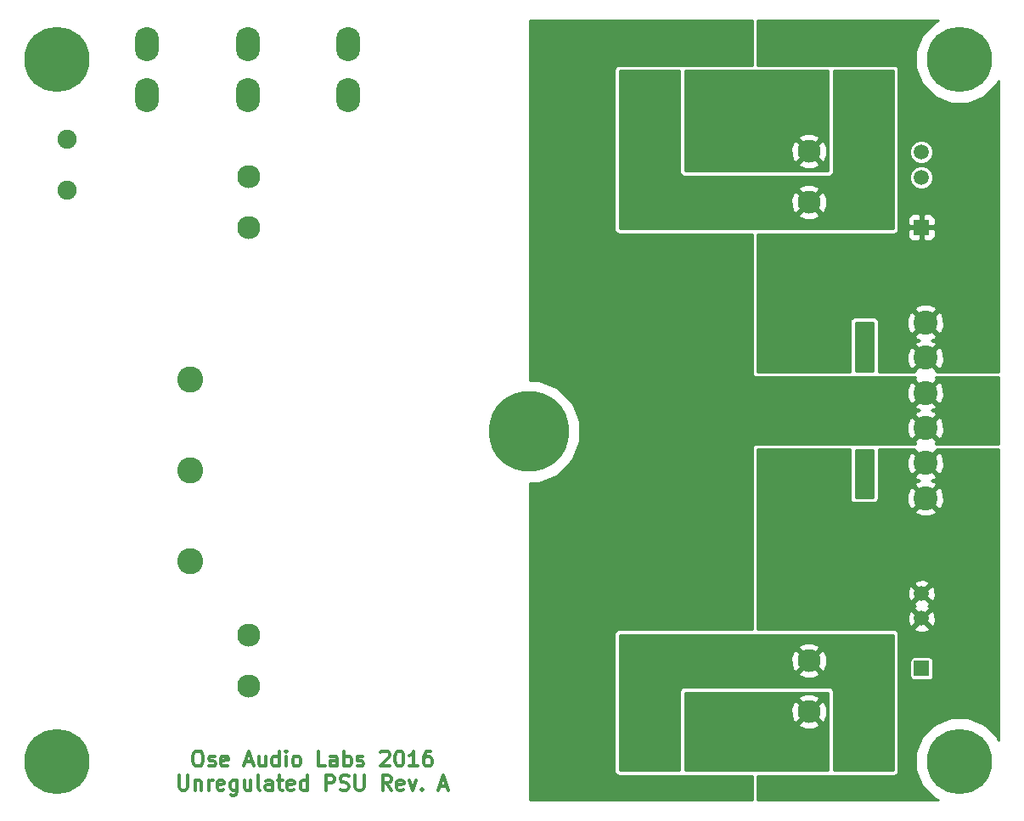
<source format=gtl>
G04 #@! TF.FileFunction,Copper,L1,Top,Signal*
%FSLAX46Y46*%
G04 Gerber Fmt 4.6, Leading zero omitted, Abs format (unit mm)*
G04 Created by KiCad (PCBNEW 4.0.2-stable) date Monday, August 15, 2016 'AMt' 09:37:36 AM*
%MOMM*%
G01*
G04 APERTURE LIST*
%ADD10C,0.100000*%
%ADD11C,0.300000*%
%ADD12C,8.000000*%
%ADD13C,2.300000*%
%ADD14C,1.500000*%
%ADD15R,1.500000X1.500000*%
%ADD16C,0.700000*%
%ADD17O,2.400000X3.400000*%
%ADD18C,2.600000*%
%ADD19R,1.198880X1.198880*%
%ADD20C,1.900000*%
%ADD21C,6.500000*%
%ADD22R,1.250000X1.000000*%
%ADD23R,1.300000X0.700000*%
%ADD24C,2.400000*%
%ADD25R,2.100000X1.400000*%
%ADD26C,0.254000*%
G04 APERTURE END LIST*
D10*
D11*
X120428572Y-130478571D02*
X120714286Y-130478571D01*
X120857144Y-130550000D01*
X121000001Y-130692857D01*
X121071429Y-130978571D01*
X121071429Y-131478571D01*
X121000001Y-131764286D01*
X120857144Y-131907143D01*
X120714286Y-131978571D01*
X120428572Y-131978571D01*
X120285715Y-131907143D01*
X120142858Y-131764286D01*
X120071429Y-131478571D01*
X120071429Y-130978571D01*
X120142858Y-130692857D01*
X120285715Y-130550000D01*
X120428572Y-130478571D01*
X121642858Y-131907143D02*
X121785715Y-131978571D01*
X122071430Y-131978571D01*
X122214287Y-131907143D01*
X122285715Y-131764286D01*
X122285715Y-131692857D01*
X122214287Y-131550000D01*
X122071430Y-131478571D01*
X121857144Y-131478571D01*
X121714287Y-131407143D01*
X121642858Y-131264286D01*
X121642858Y-131192857D01*
X121714287Y-131050000D01*
X121857144Y-130978571D01*
X122071430Y-130978571D01*
X122214287Y-131050000D01*
X123500001Y-131907143D02*
X123357144Y-131978571D01*
X123071430Y-131978571D01*
X122928573Y-131907143D01*
X122857144Y-131764286D01*
X122857144Y-131192857D01*
X122928573Y-131050000D01*
X123071430Y-130978571D01*
X123357144Y-130978571D01*
X123500001Y-131050000D01*
X123571430Y-131192857D01*
X123571430Y-131335714D01*
X122857144Y-131478571D01*
X125285715Y-131550000D02*
X126000001Y-131550000D01*
X125142858Y-131978571D02*
X125642858Y-130478571D01*
X126142858Y-131978571D01*
X127285715Y-130978571D02*
X127285715Y-131978571D01*
X126642858Y-130978571D02*
X126642858Y-131764286D01*
X126714286Y-131907143D01*
X126857144Y-131978571D01*
X127071429Y-131978571D01*
X127214286Y-131907143D01*
X127285715Y-131835714D01*
X128642858Y-131978571D02*
X128642858Y-130478571D01*
X128642858Y-131907143D02*
X128500001Y-131978571D01*
X128214287Y-131978571D01*
X128071429Y-131907143D01*
X128000001Y-131835714D01*
X127928572Y-131692857D01*
X127928572Y-131264286D01*
X128000001Y-131121429D01*
X128071429Y-131050000D01*
X128214287Y-130978571D01*
X128500001Y-130978571D01*
X128642858Y-131050000D01*
X129357144Y-131978571D02*
X129357144Y-130978571D01*
X129357144Y-130478571D02*
X129285715Y-130550000D01*
X129357144Y-130621429D01*
X129428572Y-130550000D01*
X129357144Y-130478571D01*
X129357144Y-130621429D01*
X130285716Y-131978571D02*
X130142858Y-131907143D01*
X130071430Y-131835714D01*
X130000001Y-131692857D01*
X130000001Y-131264286D01*
X130071430Y-131121429D01*
X130142858Y-131050000D01*
X130285716Y-130978571D01*
X130500001Y-130978571D01*
X130642858Y-131050000D01*
X130714287Y-131121429D01*
X130785716Y-131264286D01*
X130785716Y-131692857D01*
X130714287Y-131835714D01*
X130642858Y-131907143D01*
X130500001Y-131978571D01*
X130285716Y-131978571D01*
X133285716Y-131978571D02*
X132571430Y-131978571D01*
X132571430Y-130478571D01*
X134428573Y-131978571D02*
X134428573Y-131192857D01*
X134357144Y-131050000D01*
X134214287Y-130978571D01*
X133928573Y-130978571D01*
X133785716Y-131050000D01*
X134428573Y-131907143D02*
X134285716Y-131978571D01*
X133928573Y-131978571D01*
X133785716Y-131907143D01*
X133714287Y-131764286D01*
X133714287Y-131621429D01*
X133785716Y-131478571D01*
X133928573Y-131407143D01*
X134285716Y-131407143D01*
X134428573Y-131335714D01*
X135142859Y-131978571D02*
X135142859Y-130478571D01*
X135142859Y-131050000D02*
X135285716Y-130978571D01*
X135571430Y-130978571D01*
X135714287Y-131050000D01*
X135785716Y-131121429D01*
X135857145Y-131264286D01*
X135857145Y-131692857D01*
X135785716Y-131835714D01*
X135714287Y-131907143D01*
X135571430Y-131978571D01*
X135285716Y-131978571D01*
X135142859Y-131907143D01*
X136428573Y-131907143D02*
X136571430Y-131978571D01*
X136857145Y-131978571D01*
X137000002Y-131907143D01*
X137071430Y-131764286D01*
X137071430Y-131692857D01*
X137000002Y-131550000D01*
X136857145Y-131478571D01*
X136642859Y-131478571D01*
X136500002Y-131407143D01*
X136428573Y-131264286D01*
X136428573Y-131192857D01*
X136500002Y-131050000D01*
X136642859Y-130978571D01*
X136857145Y-130978571D01*
X137000002Y-131050000D01*
X138785716Y-130621429D02*
X138857145Y-130550000D01*
X139000002Y-130478571D01*
X139357145Y-130478571D01*
X139500002Y-130550000D01*
X139571431Y-130621429D01*
X139642859Y-130764286D01*
X139642859Y-130907143D01*
X139571431Y-131121429D01*
X138714288Y-131978571D01*
X139642859Y-131978571D01*
X140571430Y-130478571D02*
X140714287Y-130478571D01*
X140857144Y-130550000D01*
X140928573Y-130621429D01*
X141000002Y-130764286D01*
X141071430Y-131050000D01*
X141071430Y-131407143D01*
X141000002Y-131692857D01*
X140928573Y-131835714D01*
X140857144Y-131907143D01*
X140714287Y-131978571D01*
X140571430Y-131978571D01*
X140428573Y-131907143D01*
X140357144Y-131835714D01*
X140285716Y-131692857D01*
X140214287Y-131407143D01*
X140214287Y-131050000D01*
X140285716Y-130764286D01*
X140357144Y-130621429D01*
X140428573Y-130550000D01*
X140571430Y-130478571D01*
X142500001Y-131978571D02*
X141642858Y-131978571D01*
X142071430Y-131978571D02*
X142071430Y-130478571D01*
X141928573Y-130692857D01*
X141785715Y-130835714D01*
X141642858Y-130907143D01*
X143785715Y-130478571D02*
X143500001Y-130478571D01*
X143357144Y-130550000D01*
X143285715Y-130621429D01*
X143142858Y-130835714D01*
X143071429Y-131121429D01*
X143071429Y-131692857D01*
X143142858Y-131835714D01*
X143214286Y-131907143D01*
X143357144Y-131978571D01*
X143642858Y-131978571D01*
X143785715Y-131907143D01*
X143857144Y-131835714D01*
X143928572Y-131692857D01*
X143928572Y-131335714D01*
X143857144Y-131192857D01*
X143785715Y-131121429D01*
X143642858Y-131050000D01*
X143357144Y-131050000D01*
X143214286Y-131121429D01*
X143142858Y-131192857D01*
X143071429Y-131335714D01*
X118678572Y-132878571D02*
X118678572Y-134092857D01*
X118750000Y-134235714D01*
X118821429Y-134307143D01*
X118964286Y-134378571D01*
X119250000Y-134378571D01*
X119392858Y-134307143D01*
X119464286Y-134235714D01*
X119535715Y-134092857D01*
X119535715Y-132878571D01*
X120250001Y-133378571D02*
X120250001Y-134378571D01*
X120250001Y-133521429D02*
X120321429Y-133450000D01*
X120464287Y-133378571D01*
X120678572Y-133378571D01*
X120821429Y-133450000D01*
X120892858Y-133592857D01*
X120892858Y-134378571D01*
X121607144Y-134378571D02*
X121607144Y-133378571D01*
X121607144Y-133664286D02*
X121678572Y-133521429D01*
X121750001Y-133450000D01*
X121892858Y-133378571D01*
X122035715Y-133378571D01*
X123107143Y-134307143D02*
X122964286Y-134378571D01*
X122678572Y-134378571D01*
X122535715Y-134307143D01*
X122464286Y-134164286D01*
X122464286Y-133592857D01*
X122535715Y-133450000D01*
X122678572Y-133378571D01*
X122964286Y-133378571D01*
X123107143Y-133450000D01*
X123178572Y-133592857D01*
X123178572Y-133735714D01*
X122464286Y-133878571D01*
X124464286Y-133378571D02*
X124464286Y-134592857D01*
X124392857Y-134735714D01*
X124321429Y-134807143D01*
X124178572Y-134878571D01*
X123964286Y-134878571D01*
X123821429Y-134807143D01*
X124464286Y-134307143D02*
X124321429Y-134378571D01*
X124035715Y-134378571D01*
X123892857Y-134307143D01*
X123821429Y-134235714D01*
X123750000Y-134092857D01*
X123750000Y-133664286D01*
X123821429Y-133521429D01*
X123892857Y-133450000D01*
X124035715Y-133378571D01*
X124321429Y-133378571D01*
X124464286Y-133450000D01*
X125821429Y-133378571D02*
X125821429Y-134378571D01*
X125178572Y-133378571D02*
X125178572Y-134164286D01*
X125250000Y-134307143D01*
X125392858Y-134378571D01*
X125607143Y-134378571D01*
X125750000Y-134307143D01*
X125821429Y-134235714D01*
X126750001Y-134378571D02*
X126607143Y-134307143D01*
X126535715Y-134164286D01*
X126535715Y-132878571D01*
X127964286Y-134378571D02*
X127964286Y-133592857D01*
X127892857Y-133450000D01*
X127750000Y-133378571D01*
X127464286Y-133378571D01*
X127321429Y-133450000D01*
X127964286Y-134307143D02*
X127821429Y-134378571D01*
X127464286Y-134378571D01*
X127321429Y-134307143D01*
X127250000Y-134164286D01*
X127250000Y-134021429D01*
X127321429Y-133878571D01*
X127464286Y-133807143D01*
X127821429Y-133807143D01*
X127964286Y-133735714D01*
X128464286Y-133378571D02*
X129035715Y-133378571D01*
X128678572Y-132878571D02*
X128678572Y-134164286D01*
X128750000Y-134307143D01*
X128892858Y-134378571D01*
X129035715Y-134378571D01*
X130107143Y-134307143D02*
X129964286Y-134378571D01*
X129678572Y-134378571D01*
X129535715Y-134307143D01*
X129464286Y-134164286D01*
X129464286Y-133592857D01*
X129535715Y-133450000D01*
X129678572Y-133378571D01*
X129964286Y-133378571D01*
X130107143Y-133450000D01*
X130178572Y-133592857D01*
X130178572Y-133735714D01*
X129464286Y-133878571D01*
X131464286Y-134378571D02*
X131464286Y-132878571D01*
X131464286Y-134307143D02*
X131321429Y-134378571D01*
X131035715Y-134378571D01*
X130892857Y-134307143D01*
X130821429Y-134235714D01*
X130750000Y-134092857D01*
X130750000Y-133664286D01*
X130821429Y-133521429D01*
X130892857Y-133450000D01*
X131035715Y-133378571D01*
X131321429Y-133378571D01*
X131464286Y-133450000D01*
X133321429Y-134378571D02*
X133321429Y-132878571D01*
X133892857Y-132878571D01*
X134035715Y-132950000D01*
X134107143Y-133021429D01*
X134178572Y-133164286D01*
X134178572Y-133378571D01*
X134107143Y-133521429D01*
X134035715Y-133592857D01*
X133892857Y-133664286D01*
X133321429Y-133664286D01*
X134750000Y-134307143D02*
X134964286Y-134378571D01*
X135321429Y-134378571D01*
X135464286Y-134307143D01*
X135535715Y-134235714D01*
X135607143Y-134092857D01*
X135607143Y-133950000D01*
X135535715Y-133807143D01*
X135464286Y-133735714D01*
X135321429Y-133664286D01*
X135035715Y-133592857D01*
X134892857Y-133521429D01*
X134821429Y-133450000D01*
X134750000Y-133307143D01*
X134750000Y-133164286D01*
X134821429Y-133021429D01*
X134892857Y-132950000D01*
X135035715Y-132878571D01*
X135392857Y-132878571D01*
X135607143Y-132950000D01*
X136250000Y-132878571D02*
X136250000Y-134092857D01*
X136321428Y-134235714D01*
X136392857Y-134307143D01*
X136535714Y-134378571D01*
X136821428Y-134378571D01*
X136964286Y-134307143D01*
X137035714Y-134235714D01*
X137107143Y-134092857D01*
X137107143Y-132878571D01*
X139821429Y-134378571D02*
X139321429Y-133664286D01*
X138964286Y-134378571D02*
X138964286Y-132878571D01*
X139535714Y-132878571D01*
X139678572Y-132950000D01*
X139750000Y-133021429D01*
X139821429Y-133164286D01*
X139821429Y-133378571D01*
X139750000Y-133521429D01*
X139678572Y-133592857D01*
X139535714Y-133664286D01*
X138964286Y-133664286D01*
X141035714Y-134307143D02*
X140892857Y-134378571D01*
X140607143Y-134378571D01*
X140464286Y-134307143D01*
X140392857Y-134164286D01*
X140392857Y-133592857D01*
X140464286Y-133450000D01*
X140607143Y-133378571D01*
X140892857Y-133378571D01*
X141035714Y-133450000D01*
X141107143Y-133592857D01*
X141107143Y-133735714D01*
X140392857Y-133878571D01*
X141607143Y-133378571D02*
X141964286Y-134378571D01*
X142321428Y-133378571D01*
X142892857Y-134235714D02*
X142964285Y-134307143D01*
X142892857Y-134378571D01*
X142821428Y-134307143D01*
X142892857Y-134235714D01*
X142892857Y-134378571D01*
X144678571Y-133950000D02*
X145392857Y-133950000D01*
X144535714Y-134378571D02*
X145035714Y-132878571D01*
X145535714Y-134378571D01*
D12*
X153540000Y-98600000D03*
D13*
X125600000Y-78280000D03*
X125600000Y-73200000D03*
X125600000Y-118920000D03*
X125600000Y-124000000D03*
X181480000Y-70660000D03*
X181480000Y-75740000D03*
X181480000Y-126540000D03*
X181480000Y-121460000D03*
D14*
X192700000Y-70750000D03*
D15*
X192700000Y-78250000D03*
D14*
X192700000Y-73250000D03*
D16*
X171500000Y-86500000D03*
X169500000Y-86500000D03*
X167500000Y-86500000D03*
X165500000Y-86500000D03*
X171500000Y-110500000D03*
X169500000Y-110500000D03*
X167500000Y-110500000D03*
X165500000Y-110500000D03*
X182500000Y-98500000D03*
X182500000Y-96500000D03*
X180500000Y-96500000D03*
X180500000Y-98500000D03*
X180500000Y-94500000D03*
X182500000Y-94500000D03*
X178500000Y-94500000D03*
X178500000Y-98500000D03*
X178500000Y-96500000D03*
X165500000Y-112500000D03*
X165500000Y-114500000D03*
X167500000Y-112500000D03*
X167500000Y-114500000D03*
X169500000Y-112500000D03*
X169500000Y-114500000D03*
X171500000Y-112500000D03*
X171500000Y-114500000D03*
X165500000Y-82500000D03*
X165500000Y-84500000D03*
X167500000Y-82500000D03*
X169500000Y-84500000D03*
X167500000Y-84500000D03*
X169500000Y-82500000D03*
X171500000Y-82500000D03*
X171500000Y-84500000D03*
X154500000Y-58500000D03*
X154500000Y-60500000D03*
X154500000Y-62500000D03*
X156500000Y-58500000D03*
X156500000Y-60500000D03*
X158500000Y-62500000D03*
X156500000Y-62500000D03*
X158500000Y-58500000D03*
X158500000Y-60500000D03*
X160500000Y-58500000D03*
X160500000Y-60500000D03*
X160500000Y-62500000D03*
X158500000Y-130500000D03*
X156500000Y-130500000D03*
X154500000Y-130500000D03*
X154500000Y-132500000D03*
X156500000Y-132500000D03*
X158500000Y-132500000D03*
X160500000Y-130500000D03*
X160500000Y-132500000D03*
X160500000Y-134500000D03*
X158500000Y-134500000D03*
X156500000Y-134500000D03*
X154500000Y-134500000D03*
D17*
X135500000Y-65040000D03*
X135500000Y-59960000D03*
X125500000Y-65040000D03*
X125500000Y-59960000D03*
X115500000Y-65040000D03*
X115500000Y-59960000D03*
D18*
X119800000Y-93450000D03*
X119800000Y-102500000D03*
X119800000Y-111550000D03*
D19*
X187000000Y-104450980D03*
X187000000Y-106549020D03*
X187000000Y-86450980D03*
X187000000Y-88549020D03*
D20*
X107500000Y-74540000D03*
X107500000Y-69460000D03*
D21*
X106500000Y-131500000D03*
X196500000Y-131500000D03*
X106500000Y-61500000D03*
X196500000Y-61500000D03*
D22*
X185000000Y-63250000D03*
X185000000Y-61250000D03*
X167500000Y-61250000D03*
X167500000Y-63250000D03*
X182000000Y-63250000D03*
X182000000Y-61250000D03*
X170500000Y-61250000D03*
X170500000Y-63250000D03*
X170500000Y-131750000D03*
X170500000Y-133750000D03*
X182000000Y-133750000D03*
X182000000Y-131750000D03*
X167500000Y-131750000D03*
X167500000Y-133750000D03*
X185000000Y-133750000D03*
X185000000Y-131750000D03*
D23*
X187000000Y-93800000D03*
X187000000Y-91900000D03*
X187000000Y-101100000D03*
X187000000Y-99200000D03*
D24*
X193100000Y-101750000D03*
X193100000Y-105250000D03*
X193100000Y-98250000D03*
X193100000Y-94750000D03*
X193100000Y-91250000D03*
X193100000Y-87750000D03*
D25*
X188000000Y-60300000D03*
X188000000Y-64700000D03*
X173750000Y-64700000D03*
X173750000Y-60300000D03*
X188000000Y-130050000D03*
X188000000Y-134450000D03*
X164500000Y-134450000D03*
X164500000Y-130050000D03*
X178500000Y-130050000D03*
X178500000Y-134450000D03*
X173750000Y-134450000D03*
X173750000Y-130050000D03*
X178500000Y-60300000D03*
X178500000Y-64700000D03*
X164500000Y-64700000D03*
X164500000Y-60300000D03*
D14*
X192700000Y-114750000D03*
D15*
X192700000Y-122250000D03*
D14*
X192700000Y-117250000D03*
D26*
G36*
X194023868Y-57787197D02*
X192791524Y-59017392D01*
X192123762Y-60625541D01*
X192122242Y-62366819D01*
X192787197Y-63976132D01*
X194017392Y-65208476D01*
X195625541Y-65876238D01*
X197366819Y-65877758D01*
X198976132Y-65212803D01*
X200208476Y-63982608D01*
X200373000Y-63586390D01*
X200373000Y-92623000D01*
X194185107Y-92623000D01*
X194217570Y-92547175D01*
X193100000Y-91429605D01*
X191982430Y-92547175D01*
X192014893Y-92623000D01*
X188427000Y-92623000D01*
X188427000Y-90937734D01*
X191255293Y-90937734D01*
X191276214Y-91667443D01*
X191515212Y-92244435D01*
X191802825Y-92367570D01*
X192920395Y-91250000D01*
X193279605Y-91250000D01*
X194397175Y-92367570D01*
X194684788Y-92244435D01*
X194944707Y-91562266D01*
X194923786Y-90832557D01*
X194684788Y-90255565D01*
X194397175Y-90132430D01*
X193279605Y-91250000D01*
X192920395Y-91250000D01*
X191802825Y-90132430D01*
X191515212Y-90255565D01*
X191255293Y-90937734D01*
X188427000Y-90937734D01*
X188427000Y-89047175D01*
X191982430Y-89047175D01*
X192105565Y-89334788D01*
X192521071Y-89493104D01*
X192105565Y-89665212D01*
X191982430Y-89952825D01*
X193100000Y-91070395D01*
X194217570Y-89952825D01*
X194094435Y-89665212D01*
X193678929Y-89506896D01*
X194094435Y-89334788D01*
X194217570Y-89047175D01*
X193100000Y-87929605D01*
X191982430Y-89047175D01*
X188427000Y-89047175D01*
X188427000Y-87600000D01*
X188397798Y-87444804D01*
X188393249Y-87437734D01*
X191255293Y-87437734D01*
X191276214Y-88167443D01*
X191515212Y-88744435D01*
X191802825Y-88867570D01*
X192920395Y-87750000D01*
X193279605Y-87750000D01*
X194397175Y-88867570D01*
X194684788Y-88744435D01*
X194944707Y-88062266D01*
X194923786Y-87332557D01*
X194684788Y-86755565D01*
X194397175Y-86632430D01*
X193279605Y-87750000D01*
X192920395Y-87750000D01*
X191802825Y-86632430D01*
X191515212Y-86755565D01*
X191255293Y-87437734D01*
X188393249Y-87437734D01*
X188306077Y-87302265D01*
X188166127Y-87206642D01*
X188000000Y-87173000D01*
X186000000Y-87173000D01*
X185844804Y-87202202D01*
X185702265Y-87293923D01*
X185606642Y-87433873D01*
X185573000Y-87600000D01*
X185573000Y-92623000D01*
X176377000Y-92623000D01*
X176377000Y-86452825D01*
X191982430Y-86452825D01*
X193100000Y-87570395D01*
X194217570Y-86452825D01*
X194094435Y-86165212D01*
X193412266Y-85905293D01*
X192682557Y-85926214D01*
X192105565Y-86165212D01*
X191982430Y-86452825D01*
X176377000Y-86452825D01*
X176377000Y-78927000D01*
X190000000Y-78927000D01*
X190155196Y-78897798D01*
X190297735Y-78806077D01*
X190393358Y-78666127D01*
X190419760Y-78535750D01*
X191315000Y-78535750D01*
X191315000Y-79126309D01*
X191411673Y-79359698D01*
X191590301Y-79538327D01*
X191823690Y-79635000D01*
X192414250Y-79635000D01*
X192573000Y-79476250D01*
X192573000Y-78377000D01*
X192827000Y-78377000D01*
X192827000Y-79476250D01*
X192985750Y-79635000D01*
X193576310Y-79635000D01*
X193809699Y-79538327D01*
X193988327Y-79359698D01*
X194085000Y-79126309D01*
X194085000Y-78535750D01*
X193926250Y-78377000D01*
X192827000Y-78377000D01*
X192573000Y-78377000D01*
X191473750Y-78377000D01*
X191315000Y-78535750D01*
X190419760Y-78535750D01*
X190427000Y-78500000D01*
X190427000Y-77373691D01*
X191315000Y-77373691D01*
X191315000Y-77964250D01*
X191473750Y-78123000D01*
X192573000Y-78123000D01*
X192573000Y-77023750D01*
X192827000Y-77023750D01*
X192827000Y-78123000D01*
X193926250Y-78123000D01*
X194085000Y-77964250D01*
X194085000Y-77373691D01*
X193988327Y-77140302D01*
X193809699Y-76961673D01*
X193576310Y-76865000D01*
X192985750Y-76865000D01*
X192827000Y-77023750D01*
X192573000Y-77023750D01*
X192414250Y-76865000D01*
X191823690Y-76865000D01*
X191590301Y-76961673D01*
X191411673Y-77140302D01*
X191315000Y-77373691D01*
X190427000Y-77373691D01*
X190427000Y-73483093D01*
X191522796Y-73483093D01*
X191701606Y-73915846D01*
X192032412Y-74247230D01*
X192464853Y-74426795D01*
X192933093Y-74427204D01*
X193365846Y-74248394D01*
X193697230Y-73917588D01*
X193876795Y-73485147D01*
X193877204Y-73016907D01*
X193698394Y-72584154D01*
X193367588Y-72252770D01*
X192935147Y-72073205D01*
X192466907Y-72072796D01*
X192034154Y-72251606D01*
X191702770Y-72582412D01*
X191523205Y-73014853D01*
X191522796Y-73483093D01*
X190427000Y-73483093D01*
X190427000Y-70983093D01*
X191522796Y-70983093D01*
X191701606Y-71415846D01*
X192032412Y-71747230D01*
X192464853Y-71926795D01*
X192933093Y-71927204D01*
X193365846Y-71748394D01*
X193697230Y-71417588D01*
X193876795Y-70985147D01*
X193877204Y-70516907D01*
X193698394Y-70084154D01*
X193367588Y-69752770D01*
X192935147Y-69573205D01*
X192466907Y-69572796D01*
X192034154Y-69751606D01*
X191702770Y-70082412D01*
X191523205Y-70514853D01*
X191522796Y-70983093D01*
X190427000Y-70983093D01*
X190427000Y-62500000D01*
X190397798Y-62344804D01*
X190306077Y-62202265D01*
X190166127Y-62106642D01*
X190000000Y-62073000D01*
X176377000Y-62073000D01*
X176377000Y-57627000D01*
X194411574Y-57627000D01*
X194023868Y-57787197D01*
X194023868Y-57787197D01*
G37*
X194023868Y-57787197D02*
X192791524Y-59017392D01*
X192123762Y-60625541D01*
X192122242Y-62366819D01*
X192787197Y-63976132D01*
X194017392Y-65208476D01*
X195625541Y-65876238D01*
X197366819Y-65877758D01*
X198976132Y-65212803D01*
X200208476Y-63982608D01*
X200373000Y-63586390D01*
X200373000Y-92623000D01*
X194185107Y-92623000D01*
X194217570Y-92547175D01*
X193100000Y-91429605D01*
X191982430Y-92547175D01*
X192014893Y-92623000D01*
X188427000Y-92623000D01*
X188427000Y-90937734D01*
X191255293Y-90937734D01*
X191276214Y-91667443D01*
X191515212Y-92244435D01*
X191802825Y-92367570D01*
X192920395Y-91250000D01*
X193279605Y-91250000D01*
X194397175Y-92367570D01*
X194684788Y-92244435D01*
X194944707Y-91562266D01*
X194923786Y-90832557D01*
X194684788Y-90255565D01*
X194397175Y-90132430D01*
X193279605Y-91250000D01*
X192920395Y-91250000D01*
X191802825Y-90132430D01*
X191515212Y-90255565D01*
X191255293Y-90937734D01*
X188427000Y-90937734D01*
X188427000Y-89047175D01*
X191982430Y-89047175D01*
X192105565Y-89334788D01*
X192521071Y-89493104D01*
X192105565Y-89665212D01*
X191982430Y-89952825D01*
X193100000Y-91070395D01*
X194217570Y-89952825D01*
X194094435Y-89665212D01*
X193678929Y-89506896D01*
X194094435Y-89334788D01*
X194217570Y-89047175D01*
X193100000Y-87929605D01*
X191982430Y-89047175D01*
X188427000Y-89047175D01*
X188427000Y-87600000D01*
X188397798Y-87444804D01*
X188393249Y-87437734D01*
X191255293Y-87437734D01*
X191276214Y-88167443D01*
X191515212Y-88744435D01*
X191802825Y-88867570D01*
X192920395Y-87750000D01*
X193279605Y-87750000D01*
X194397175Y-88867570D01*
X194684788Y-88744435D01*
X194944707Y-88062266D01*
X194923786Y-87332557D01*
X194684788Y-86755565D01*
X194397175Y-86632430D01*
X193279605Y-87750000D01*
X192920395Y-87750000D01*
X191802825Y-86632430D01*
X191515212Y-86755565D01*
X191255293Y-87437734D01*
X188393249Y-87437734D01*
X188306077Y-87302265D01*
X188166127Y-87206642D01*
X188000000Y-87173000D01*
X186000000Y-87173000D01*
X185844804Y-87202202D01*
X185702265Y-87293923D01*
X185606642Y-87433873D01*
X185573000Y-87600000D01*
X185573000Y-92623000D01*
X176377000Y-92623000D01*
X176377000Y-86452825D01*
X191982430Y-86452825D01*
X193100000Y-87570395D01*
X194217570Y-86452825D01*
X194094435Y-86165212D01*
X193412266Y-85905293D01*
X192682557Y-85926214D01*
X192105565Y-86165212D01*
X191982430Y-86452825D01*
X176377000Y-86452825D01*
X176377000Y-78927000D01*
X190000000Y-78927000D01*
X190155196Y-78897798D01*
X190297735Y-78806077D01*
X190393358Y-78666127D01*
X190419760Y-78535750D01*
X191315000Y-78535750D01*
X191315000Y-79126309D01*
X191411673Y-79359698D01*
X191590301Y-79538327D01*
X191823690Y-79635000D01*
X192414250Y-79635000D01*
X192573000Y-79476250D01*
X192573000Y-78377000D01*
X192827000Y-78377000D01*
X192827000Y-79476250D01*
X192985750Y-79635000D01*
X193576310Y-79635000D01*
X193809699Y-79538327D01*
X193988327Y-79359698D01*
X194085000Y-79126309D01*
X194085000Y-78535750D01*
X193926250Y-78377000D01*
X192827000Y-78377000D01*
X192573000Y-78377000D01*
X191473750Y-78377000D01*
X191315000Y-78535750D01*
X190419760Y-78535750D01*
X190427000Y-78500000D01*
X190427000Y-77373691D01*
X191315000Y-77373691D01*
X191315000Y-77964250D01*
X191473750Y-78123000D01*
X192573000Y-78123000D01*
X192573000Y-77023750D01*
X192827000Y-77023750D01*
X192827000Y-78123000D01*
X193926250Y-78123000D01*
X194085000Y-77964250D01*
X194085000Y-77373691D01*
X193988327Y-77140302D01*
X193809699Y-76961673D01*
X193576310Y-76865000D01*
X192985750Y-76865000D01*
X192827000Y-77023750D01*
X192573000Y-77023750D01*
X192414250Y-76865000D01*
X191823690Y-76865000D01*
X191590301Y-76961673D01*
X191411673Y-77140302D01*
X191315000Y-77373691D01*
X190427000Y-77373691D01*
X190427000Y-73483093D01*
X191522796Y-73483093D01*
X191701606Y-73915846D01*
X192032412Y-74247230D01*
X192464853Y-74426795D01*
X192933093Y-74427204D01*
X193365846Y-74248394D01*
X193697230Y-73917588D01*
X193876795Y-73485147D01*
X193877204Y-73016907D01*
X193698394Y-72584154D01*
X193367588Y-72252770D01*
X192935147Y-72073205D01*
X192466907Y-72072796D01*
X192034154Y-72251606D01*
X191702770Y-72582412D01*
X191523205Y-73014853D01*
X191522796Y-73483093D01*
X190427000Y-73483093D01*
X190427000Y-70983093D01*
X191522796Y-70983093D01*
X191701606Y-71415846D01*
X192032412Y-71747230D01*
X192464853Y-71926795D01*
X192933093Y-71927204D01*
X193365846Y-71748394D01*
X193697230Y-71417588D01*
X193876795Y-70985147D01*
X193877204Y-70516907D01*
X193698394Y-70084154D01*
X193367588Y-69752770D01*
X192935147Y-69573205D01*
X192466907Y-69572796D01*
X192034154Y-69751606D01*
X191702770Y-70082412D01*
X191523205Y-70514853D01*
X191522796Y-70983093D01*
X190427000Y-70983093D01*
X190427000Y-62500000D01*
X190397798Y-62344804D01*
X190306077Y-62202265D01*
X190166127Y-62106642D01*
X190000000Y-62073000D01*
X176377000Y-62073000D01*
X176377000Y-57627000D01*
X194411574Y-57627000D01*
X194023868Y-57787197D01*
G36*
X175823000Y-62073000D02*
X162500000Y-62073000D01*
X162344804Y-62102202D01*
X162202265Y-62193923D01*
X162106642Y-62333873D01*
X162073000Y-62500000D01*
X162073000Y-78500000D01*
X162102202Y-78655196D01*
X162193923Y-78797735D01*
X162333873Y-78893358D01*
X162500000Y-78927000D01*
X175823000Y-78927000D01*
X175823000Y-92750000D01*
X175852202Y-92905196D01*
X175943923Y-93047735D01*
X176083873Y-93143358D01*
X176250000Y-93177000D01*
X192100518Y-93177000D01*
X191982430Y-93452825D01*
X193100000Y-94570395D01*
X194217570Y-93452825D01*
X194099482Y-93177000D01*
X200373000Y-93177000D01*
X200373000Y-99823000D01*
X194099482Y-99823000D01*
X194217570Y-99547175D01*
X193100000Y-98429605D01*
X191982430Y-99547175D01*
X192100518Y-99823000D01*
X176250000Y-99823000D01*
X176094804Y-99852202D01*
X175952265Y-99943923D01*
X175856642Y-100083873D01*
X175823000Y-100250000D01*
X175823000Y-118323000D01*
X162500000Y-118323000D01*
X162344804Y-118352202D01*
X162202265Y-118443923D01*
X162106642Y-118583873D01*
X162073000Y-118750000D01*
X162073000Y-132500000D01*
X162102202Y-132655196D01*
X162193923Y-132797735D01*
X162333873Y-132893358D01*
X162500000Y-132927000D01*
X175823000Y-132927000D01*
X175823000Y-135373000D01*
X153627000Y-135373000D01*
X153627000Y-103727078D01*
X154555349Y-103727888D01*
X156440418Y-102948994D01*
X157883925Y-101508004D01*
X158666108Y-99624297D01*
X158667579Y-97937734D01*
X191255293Y-97937734D01*
X191276214Y-98667443D01*
X191515212Y-99244435D01*
X191802825Y-99367570D01*
X192920395Y-98250000D01*
X193279605Y-98250000D01*
X194397175Y-99367570D01*
X194684788Y-99244435D01*
X194944707Y-98562266D01*
X194923786Y-97832557D01*
X194684788Y-97255565D01*
X194397175Y-97132430D01*
X193279605Y-98250000D01*
X192920395Y-98250000D01*
X191802825Y-97132430D01*
X191515212Y-97255565D01*
X191255293Y-97937734D01*
X158667579Y-97937734D01*
X158667888Y-97584651D01*
X158032617Y-96047175D01*
X191982430Y-96047175D01*
X192105565Y-96334788D01*
X192521071Y-96493104D01*
X192105565Y-96665212D01*
X191982430Y-96952825D01*
X193100000Y-98070395D01*
X194217570Y-96952825D01*
X194094435Y-96665212D01*
X193678929Y-96506896D01*
X194094435Y-96334788D01*
X194217570Y-96047175D01*
X193100000Y-94929605D01*
X191982430Y-96047175D01*
X158032617Y-96047175D01*
X157888994Y-95699582D01*
X156629347Y-94437734D01*
X191255293Y-94437734D01*
X191276214Y-95167443D01*
X191515212Y-95744435D01*
X191802825Y-95867570D01*
X192920395Y-94750000D01*
X193279605Y-94750000D01*
X194397175Y-95867570D01*
X194684788Y-95744435D01*
X194944707Y-95062266D01*
X194923786Y-94332557D01*
X194684788Y-93755565D01*
X194397175Y-93632430D01*
X193279605Y-94750000D01*
X192920395Y-94750000D01*
X191802825Y-93632430D01*
X191515212Y-93755565D01*
X191255293Y-94437734D01*
X156629347Y-94437734D01*
X156448004Y-94256075D01*
X154564297Y-93473892D01*
X153627000Y-93473074D01*
X153627000Y-57627000D01*
X175823000Y-57627000D01*
X175823000Y-62073000D01*
X175823000Y-62073000D01*
G37*
X175823000Y-62073000D02*
X162500000Y-62073000D01*
X162344804Y-62102202D01*
X162202265Y-62193923D01*
X162106642Y-62333873D01*
X162073000Y-62500000D01*
X162073000Y-78500000D01*
X162102202Y-78655196D01*
X162193923Y-78797735D01*
X162333873Y-78893358D01*
X162500000Y-78927000D01*
X175823000Y-78927000D01*
X175823000Y-92750000D01*
X175852202Y-92905196D01*
X175943923Y-93047735D01*
X176083873Y-93143358D01*
X176250000Y-93177000D01*
X192100518Y-93177000D01*
X191982430Y-93452825D01*
X193100000Y-94570395D01*
X194217570Y-93452825D01*
X194099482Y-93177000D01*
X200373000Y-93177000D01*
X200373000Y-99823000D01*
X194099482Y-99823000D01*
X194217570Y-99547175D01*
X193100000Y-98429605D01*
X191982430Y-99547175D01*
X192100518Y-99823000D01*
X176250000Y-99823000D01*
X176094804Y-99852202D01*
X175952265Y-99943923D01*
X175856642Y-100083873D01*
X175823000Y-100250000D01*
X175823000Y-118323000D01*
X162500000Y-118323000D01*
X162344804Y-118352202D01*
X162202265Y-118443923D01*
X162106642Y-118583873D01*
X162073000Y-118750000D01*
X162073000Y-132500000D01*
X162102202Y-132655196D01*
X162193923Y-132797735D01*
X162333873Y-132893358D01*
X162500000Y-132927000D01*
X175823000Y-132927000D01*
X175823000Y-135373000D01*
X153627000Y-135373000D01*
X153627000Y-103727078D01*
X154555349Y-103727888D01*
X156440418Y-102948994D01*
X157883925Y-101508004D01*
X158666108Y-99624297D01*
X158667579Y-97937734D01*
X191255293Y-97937734D01*
X191276214Y-98667443D01*
X191515212Y-99244435D01*
X191802825Y-99367570D01*
X192920395Y-98250000D01*
X193279605Y-98250000D01*
X194397175Y-99367570D01*
X194684788Y-99244435D01*
X194944707Y-98562266D01*
X194923786Y-97832557D01*
X194684788Y-97255565D01*
X194397175Y-97132430D01*
X193279605Y-98250000D01*
X192920395Y-98250000D01*
X191802825Y-97132430D01*
X191515212Y-97255565D01*
X191255293Y-97937734D01*
X158667579Y-97937734D01*
X158667888Y-97584651D01*
X158032617Y-96047175D01*
X191982430Y-96047175D01*
X192105565Y-96334788D01*
X192521071Y-96493104D01*
X192105565Y-96665212D01*
X191982430Y-96952825D01*
X193100000Y-98070395D01*
X194217570Y-96952825D01*
X194094435Y-96665212D01*
X193678929Y-96506896D01*
X194094435Y-96334788D01*
X194217570Y-96047175D01*
X193100000Y-94929605D01*
X191982430Y-96047175D01*
X158032617Y-96047175D01*
X157888994Y-95699582D01*
X156629347Y-94437734D01*
X191255293Y-94437734D01*
X191276214Y-95167443D01*
X191515212Y-95744435D01*
X191802825Y-95867570D01*
X192920395Y-94750000D01*
X193279605Y-94750000D01*
X194397175Y-95867570D01*
X194684788Y-95744435D01*
X194944707Y-95062266D01*
X194923786Y-94332557D01*
X194684788Y-93755565D01*
X194397175Y-93632430D01*
X193279605Y-94750000D01*
X192920395Y-94750000D01*
X191802825Y-93632430D01*
X191515212Y-93755565D01*
X191255293Y-94437734D01*
X156629347Y-94437734D01*
X156448004Y-94256075D01*
X154564297Y-93473892D01*
X153627000Y-93473074D01*
X153627000Y-57627000D01*
X175823000Y-57627000D01*
X175823000Y-62073000D01*
G36*
X185573000Y-105300000D02*
X185602202Y-105455196D01*
X185693923Y-105597735D01*
X185833873Y-105693358D01*
X186000000Y-105727000D01*
X188000000Y-105727000D01*
X188155196Y-105697798D01*
X188297735Y-105606077D01*
X188393358Y-105466127D01*
X188427000Y-105300000D01*
X188427000Y-104937734D01*
X191255293Y-104937734D01*
X191276214Y-105667443D01*
X191515212Y-106244435D01*
X191802825Y-106367570D01*
X192920395Y-105250000D01*
X193279605Y-105250000D01*
X194397175Y-106367570D01*
X194684788Y-106244435D01*
X194944707Y-105562266D01*
X194923786Y-104832557D01*
X194684788Y-104255565D01*
X194397175Y-104132430D01*
X193279605Y-105250000D01*
X192920395Y-105250000D01*
X191802825Y-104132430D01*
X191515212Y-104255565D01*
X191255293Y-104937734D01*
X188427000Y-104937734D01*
X188427000Y-103047175D01*
X191982430Y-103047175D01*
X192105565Y-103334788D01*
X192521071Y-103493104D01*
X192105565Y-103665212D01*
X191982430Y-103952825D01*
X193100000Y-105070395D01*
X194217570Y-103952825D01*
X194094435Y-103665212D01*
X193678929Y-103506896D01*
X194094435Y-103334788D01*
X194217570Y-103047175D01*
X193100000Y-101929605D01*
X191982430Y-103047175D01*
X188427000Y-103047175D01*
X188427000Y-101437734D01*
X191255293Y-101437734D01*
X191276214Y-102167443D01*
X191515212Y-102744435D01*
X191802825Y-102867570D01*
X192920395Y-101750000D01*
X193279605Y-101750000D01*
X194397175Y-102867570D01*
X194684788Y-102744435D01*
X194944707Y-102062266D01*
X194923786Y-101332557D01*
X194684788Y-100755565D01*
X194397175Y-100632430D01*
X193279605Y-101750000D01*
X192920395Y-101750000D01*
X191802825Y-100632430D01*
X191515212Y-100755565D01*
X191255293Y-101437734D01*
X188427000Y-101437734D01*
X188427000Y-100377000D01*
X192014893Y-100377000D01*
X191982430Y-100452825D01*
X193100000Y-101570395D01*
X194217570Y-100452825D01*
X194185107Y-100377000D01*
X200373000Y-100377000D01*
X200373000Y-129411574D01*
X200212803Y-129023868D01*
X198982608Y-127791524D01*
X197374459Y-127123762D01*
X195633181Y-127122242D01*
X194023868Y-127787197D01*
X192791524Y-129017392D01*
X192123762Y-130625541D01*
X192122242Y-132366819D01*
X192787197Y-133976132D01*
X194017392Y-135208476D01*
X194413610Y-135373000D01*
X176377000Y-135373000D01*
X176377000Y-132927000D01*
X190000000Y-132927000D01*
X190155196Y-132897798D01*
X190297735Y-132806077D01*
X190393358Y-132666127D01*
X190427000Y-132500000D01*
X190427000Y-121500000D01*
X191514635Y-121500000D01*
X191514635Y-123000000D01*
X191544409Y-123158237D01*
X191637927Y-123303567D01*
X191780619Y-123401064D01*
X191950000Y-123435365D01*
X193450000Y-123435365D01*
X193608237Y-123405591D01*
X193753567Y-123312073D01*
X193851064Y-123169381D01*
X193885365Y-123000000D01*
X193885365Y-121500000D01*
X193855591Y-121341763D01*
X193762073Y-121196433D01*
X193619381Y-121098936D01*
X193450000Y-121064635D01*
X191950000Y-121064635D01*
X191791763Y-121094409D01*
X191646433Y-121187927D01*
X191548936Y-121330619D01*
X191514635Y-121500000D01*
X190427000Y-121500000D01*
X190427000Y-118750000D01*
X190397798Y-118594804D01*
X190306077Y-118452265D01*
X190166127Y-118356642D01*
X190000000Y-118323000D01*
X176377000Y-118323000D01*
X176377000Y-118221517D01*
X191908088Y-118221517D01*
X191976077Y-118462460D01*
X192495171Y-118647201D01*
X193045448Y-118619230D01*
X193423923Y-118462460D01*
X193491912Y-118221517D01*
X192700000Y-117429605D01*
X191908088Y-118221517D01*
X176377000Y-118221517D01*
X176377000Y-117045171D01*
X191302799Y-117045171D01*
X191330770Y-117595448D01*
X191487540Y-117973923D01*
X191728483Y-118041912D01*
X192520395Y-117250000D01*
X192879605Y-117250000D01*
X193671517Y-118041912D01*
X193912460Y-117973923D01*
X194097201Y-117454829D01*
X194069230Y-116904552D01*
X193912460Y-116526077D01*
X193671517Y-116458088D01*
X192879605Y-117250000D01*
X192520395Y-117250000D01*
X191728483Y-116458088D01*
X191487540Y-116526077D01*
X191302799Y-117045171D01*
X176377000Y-117045171D01*
X176377000Y-115721517D01*
X191908088Y-115721517D01*
X191976077Y-115962460D01*
X192073570Y-115997157D01*
X191976077Y-116037540D01*
X191908088Y-116278483D01*
X192700000Y-117070395D01*
X193491912Y-116278483D01*
X193423923Y-116037540D01*
X193326430Y-116002843D01*
X193423923Y-115962460D01*
X193491912Y-115721517D01*
X192700000Y-114929605D01*
X191908088Y-115721517D01*
X176377000Y-115721517D01*
X176377000Y-114545171D01*
X191302799Y-114545171D01*
X191330770Y-115095448D01*
X191487540Y-115473923D01*
X191728483Y-115541912D01*
X192520395Y-114750000D01*
X192879605Y-114750000D01*
X193671517Y-115541912D01*
X193912460Y-115473923D01*
X194097201Y-114954829D01*
X194069230Y-114404552D01*
X193912460Y-114026077D01*
X193671517Y-113958088D01*
X192879605Y-114750000D01*
X192520395Y-114750000D01*
X191728483Y-113958088D01*
X191487540Y-114026077D01*
X191302799Y-114545171D01*
X176377000Y-114545171D01*
X176377000Y-113778483D01*
X191908088Y-113778483D01*
X192700000Y-114570395D01*
X193491912Y-113778483D01*
X193423923Y-113537540D01*
X192904829Y-113352799D01*
X192354552Y-113380770D01*
X191976077Y-113537540D01*
X191908088Y-113778483D01*
X176377000Y-113778483D01*
X176377000Y-106547175D01*
X191982430Y-106547175D01*
X192105565Y-106834788D01*
X192787734Y-107094707D01*
X193517443Y-107073786D01*
X194094435Y-106834788D01*
X194217570Y-106547175D01*
X193100000Y-105429605D01*
X191982430Y-106547175D01*
X176377000Y-106547175D01*
X176377000Y-100377000D01*
X185573000Y-100377000D01*
X185573000Y-105300000D01*
X185573000Y-105300000D01*
G37*
X185573000Y-105300000D02*
X185602202Y-105455196D01*
X185693923Y-105597735D01*
X185833873Y-105693358D01*
X186000000Y-105727000D01*
X188000000Y-105727000D01*
X188155196Y-105697798D01*
X188297735Y-105606077D01*
X188393358Y-105466127D01*
X188427000Y-105300000D01*
X188427000Y-104937734D01*
X191255293Y-104937734D01*
X191276214Y-105667443D01*
X191515212Y-106244435D01*
X191802825Y-106367570D01*
X192920395Y-105250000D01*
X193279605Y-105250000D01*
X194397175Y-106367570D01*
X194684788Y-106244435D01*
X194944707Y-105562266D01*
X194923786Y-104832557D01*
X194684788Y-104255565D01*
X194397175Y-104132430D01*
X193279605Y-105250000D01*
X192920395Y-105250000D01*
X191802825Y-104132430D01*
X191515212Y-104255565D01*
X191255293Y-104937734D01*
X188427000Y-104937734D01*
X188427000Y-103047175D01*
X191982430Y-103047175D01*
X192105565Y-103334788D01*
X192521071Y-103493104D01*
X192105565Y-103665212D01*
X191982430Y-103952825D01*
X193100000Y-105070395D01*
X194217570Y-103952825D01*
X194094435Y-103665212D01*
X193678929Y-103506896D01*
X194094435Y-103334788D01*
X194217570Y-103047175D01*
X193100000Y-101929605D01*
X191982430Y-103047175D01*
X188427000Y-103047175D01*
X188427000Y-101437734D01*
X191255293Y-101437734D01*
X191276214Y-102167443D01*
X191515212Y-102744435D01*
X191802825Y-102867570D01*
X192920395Y-101750000D01*
X193279605Y-101750000D01*
X194397175Y-102867570D01*
X194684788Y-102744435D01*
X194944707Y-102062266D01*
X194923786Y-101332557D01*
X194684788Y-100755565D01*
X194397175Y-100632430D01*
X193279605Y-101750000D01*
X192920395Y-101750000D01*
X191802825Y-100632430D01*
X191515212Y-100755565D01*
X191255293Y-101437734D01*
X188427000Y-101437734D01*
X188427000Y-100377000D01*
X192014893Y-100377000D01*
X191982430Y-100452825D01*
X193100000Y-101570395D01*
X194217570Y-100452825D01*
X194185107Y-100377000D01*
X200373000Y-100377000D01*
X200373000Y-129411574D01*
X200212803Y-129023868D01*
X198982608Y-127791524D01*
X197374459Y-127123762D01*
X195633181Y-127122242D01*
X194023868Y-127787197D01*
X192791524Y-129017392D01*
X192123762Y-130625541D01*
X192122242Y-132366819D01*
X192787197Y-133976132D01*
X194017392Y-135208476D01*
X194413610Y-135373000D01*
X176377000Y-135373000D01*
X176377000Y-132927000D01*
X190000000Y-132927000D01*
X190155196Y-132897798D01*
X190297735Y-132806077D01*
X190393358Y-132666127D01*
X190427000Y-132500000D01*
X190427000Y-121500000D01*
X191514635Y-121500000D01*
X191514635Y-123000000D01*
X191544409Y-123158237D01*
X191637927Y-123303567D01*
X191780619Y-123401064D01*
X191950000Y-123435365D01*
X193450000Y-123435365D01*
X193608237Y-123405591D01*
X193753567Y-123312073D01*
X193851064Y-123169381D01*
X193885365Y-123000000D01*
X193885365Y-121500000D01*
X193855591Y-121341763D01*
X193762073Y-121196433D01*
X193619381Y-121098936D01*
X193450000Y-121064635D01*
X191950000Y-121064635D01*
X191791763Y-121094409D01*
X191646433Y-121187927D01*
X191548936Y-121330619D01*
X191514635Y-121500000D01*
X190427000Y-121500000D01*
X190427000Y-118750000D01*
X190397798Y-118594804D01*
X190306077Y-118452265D01*
X190166127Y-118356642D01*
X190000000Y-118323000D01*
X176377000Y-118323000D01*
X176377000Y-118221517D01*
X191908088Y-118221517D01*
X191976077Y-118462460D01*
X192495171Y-118647201D01*
X193045448Y-118619230D01*
X193423923Y-118462460D01*
X193491912Y-118221517D01*
X192700000Y-117429605D01*
X191908088Y-118221517D01*
X176377000Y-118221517D01*
X176377000Y-117045171D01*
X191302799Y-117045171D01*
X191330770Y-117595448D01*
X191487540Y-117973923D01*
X191728483Y-118041912D01*
X192520395Y-117250000D01*
X192879605Y-117250000D01*
X193671517Y-118041912D01*
X193912460Y-117973923D01*
X194097201Y-117454829D01*
X194069230Y-116904552D01*
X193912460Y-116526077D01*
X193671517Y-116458088D01*
X192879605Y-117250000D01*
X192520395Y-117250000D01*
X191728483Y-116458088D01*
X191487540Y-116526077D01*
X191302799Y-117045171D01*
X176377000Y-117045171D01*
X176377000Y-115721517D01*
X191908088Y-115721517D01*
X191976077Y-115962460D01*
X192073570Y-115997157D01*
X191976077Y-116037540D01*
X191908088Y-116278483D01*
X192700000Y-117070395D01*
X193491912Y-116278483D01*
X193423923Y-116037540D01*
X193326430Y-116002843D01*
X193423923Y-115962460D01*
X193491912Y-115721517D01*
X192700000Y-114929605D01*
X191908088Y-115721517D01*
X176377000Y-115721517D01*
X176377000Y-114545171D01*
X191302799Y-114545171D01*
X191330770Y-115095448D01*
X191487540Y-115473923D01*
X191728483Y-115541912D01*
X192520395Y-114750000D01*
X192879605Y-114750000D01*
X193671517Y-115541912D01*
X193912460Y-115473923D01*
X194097201Y-114954829D01*
X194069230Y-114404552D01*
X193912460Y-114026077D01*
X193671517Y-113958088D01*
X192879605Y-114750000D01*
X192520395Y-114750000D01*
X191728483Y-113958088D01*
X191487540Y-114026077D01*
X191302799Y-114545171D01*
X176377000Y-114545171D01*
X176377000Y-113778483D01*
X191908088Y-113778483D01*
X192700000Y-114570395D01*
X193491912Y-113778483D01*
X193423923Y-113537540D01*
X192904829Y-113352799D01*
X192354552Y-113380770D01*
X191976077Y-113537540D01*
X191908088Y-113778483D01*
X176377000Y-113778483D01*
X176377000Y-106547175D01*
X191982430Y-106547175D01*
X192105565Y-106834788D01*
X192787734Y-107094707D01*
X193517443Y-107073786D01*
X194094435Y-106834788D01*
X194217570Y-106547175D01*
X193100000Y-105429605D01*
X191982430Y-106547175D01*
X176377000Y-106547175D01*
X176377000Y-100377000D01*
X185573000Y-100377000D01*
X185573000Y-105300000D01*
G36*
X168573000Y-72750000D02*
X168602202Y-72905196D01*
X168693923Y-73047735D01*
X168833873Y-73143358D01*
X169000000Y-73177000D01*
X183500000Y-73177000D01*
X183655196Y-73147798D01*
X183797735Y-73056077D01*
X183893358Y-72916127D01*
X183927000Y-72750000D01*
X183927000Y-62627000D01*
X189873000Y-62627000D01*
X189873000Y-78373000D01*
X162627000Y-78373000D01*
X162627000Y-77001025D01*
X180398581Y-77001025D01*
X180515601Y-77283446D01*
X181179663Y-77535018D01*
X181889448Y-77513314D01*
X182444399Y-77283446D01*
X182561419Y-77001025D01*
X181480000Y-75919605D01*
X180398581Y-77001025D01*
X162627000Y-77001025D01*
X162627000Y-75439663D01*
X179684982Y-75439663D01*
X179706686Y-76149448D01*
X179936554Y-76704399D01*
X180218975Y-76821419D01*
X181300395Y-75740000D01*
X181659605Y-75740000D01*
X182741025Y-76821419D01*
X183023446Y-76704399D01*
X183275018Y-76040337D01*
X183253314Y-75330552D01*
X183023446Y-74775601D01*
X182741025Y-74658581D01*
X181659605Y-75740000D01*
X181300395Y-75740000D01*
X180218975Y-74658581D01*
X179936554Y-74775601D01*
X179684982Y-75439663D01*
X162627000Y-75439663D01*
X162627000Y-74478975D01*
X180398581Y-74478975D01*
X181480000Y-75560395D01*
X182561419Y-74478975D01*
X182444399Y-74196554D01*
X181780337Y-73944982D01*
X181070552Y-73966686D01*
X180515601Y-74196554D01*
X180398581Y-74478975D01*
X162627000Y-74478975D01*
X162627000Y-62627000D01*
X168573000Y-62627000D01*
X168573000Y-72750000D01*
X168573000Y-72750000D01*
G37*
X168573000Y-72750000D02*
X168602202Y-72905196D01*
X168693923Y-73047735D01*
X168833873Y-73143358D01*
X169000000Y-73177000D01*
X183500000Y-73177000D01*
X183655196Y-73147798D01*
X183797735Y-73056077D01*
X183893358Y-72916127D01*
X183927000Y-72750000D01*
X183927000Y-62627000D01*
X189873000Y-62627000D01*
X189873000Y-78373000D01*
X162627000Y-78373000D01*
X162627000Y-77001025D01*
X180398581Y-77001025D01*
X180515601Y-77283446D01*
X181179663Y-77535018D01*
X181889448Y-77513314D01*
X182444399Y-77283446D01*
X182561419Y-77001025D01*
X181480000Y-75919605D01*
X180398581Y-77001025D01*
X162627000Y-77001025D01*
X162627000Y-75439663D01*
X179684982Y-75439663D01*
X179706686Y-76149448D01*
X179936554Y-76704399D01*
X180218975Y-76821419D01*
X181300395Y-75740000D01*
X181659605Y-75740000D01*
X182741025Y-76821419D01*
X183023446Y-76704399D01*
X183275018Y-76040337D01*
X183253314Y-75330552D01*
X183023446Y-74775601D01*
X182741025Y-74658581D01*
X181659605Y-75740000D01*
X181300395Y-75740000D01*
X180218975Y-74658581D01*
X179936554Y-74775601D01*
X179684982Y-75439663D01*
X162627000Y-75439663D01*
X162627000Y-74478975D01*
X180398581Y-74478975D01*
X181480000Y-75560395D01*
X182561419Y-74478975D01*
X182444399Y-74196554D01*
X181780337Y-73944982D01*
X181070552Y-73966686D01*
X180515601Y-74196554D01*
X180398581Y-74478975D01*
X162627000Y-74478975D01*
X162627000Y-62627000D01*
X168573000Y-62627000D01*
X168573000Y-72750000D01*
G36*
X187873000Y-92573000D02*
X186127000Y-92573000D01*
X186127000Y-87727000D01*
X187873000Y-87727000D01*
X187873000Y-92573000D01*
X187873000Y-92573000D01*
G37*
X187873000Y-92573000D02*
X186127000Y-92573000D01*
X186127000Y-87727000D01*
X187873000Y-87727000D01*
X187873000Y-92573000D01*
G36*
X187873000Y-105173000D02*
X186127000Y-105173000D01*
X186127000Y-100427000D01*
X187873000Y-100427000D01*
X187873000Y-105173000D01*
X187873000Y-105173000D01*
G37*
X187873000Y-105173000D02*
X186127000Y-105173000D01*
X186127000Y-100427000D01*
X187873000Y-100427000D01*
X187873000Y-105173000D01*
G36*
X183373000Y-132373000D02*
X169127000Y-132373000D01*
X169127000Y-127801025D01*
X180398581Y-127801025D01*
X180515601Y-128083446D01*
X181179663Y-128335018D01*
X181889448Y-128313314D01*
X182444399Y-128083446D01*
X182561419Y-127801025D01*
X181480000Y-126719605D01*
X180398581Y-127801025D01*
X169127000Y-127801025D01*
X169127000Y-126239663D01*
X179684982Y-126239663D01*
X179706686Y-126949448D01*
X179936554Y-127504399D01*
X180218975Y-127621419D01*
X181300395Y-126540000D01*
X181659605Y-126540000D01*
X182741025Y-127621419D01*
X183023446Y-127504399D01*
X183275018Y-126840337D01*
X183253314Y-126130552D01*
X183023446Y-125575601D01*
X182741025Y-125458581D01*
X181659605Y-126540000D01*
X181300395Y-126540000D01*
X180218975Y-125458581D01*
X179936554Y-125575601D01*
X179684982Y-126239663D01*
X169127000Y-126239663D01*
X169127000Y-125278975D01*
X180398581Y-125278975D01*
X181480000Y-126360395D01*
X182561419Y-125278975D01*
X182444399Y-124996554D01*
X181780337Y-124744982D01*
X181070552Y-124766686D01*
X180515601Y-124996554D01*
X180398581Y-125278975D01*
X169127000Y-125278975D01*
X169127000Y-124627000D01*
X183373000Y-124627000D01*
X183373000Y-132373000D01*
X183373000Y-132373000D01*
G37*
X183373000Y-132373000D02*
X169127000Y-132373000D01*
X169127000Y-127801025D01*
X180398581Y-127801025D01*
X180515601Y-128083446D01*
X181179663Y-128335018D01*
X181889448Y-128313314D01*
X182444399Y-128083446D01*
X182561419Y-127801025D01*
X181480000Y-126719605D01*
X180398581Y-127801025D01*
X169127000Y-127801025D01*
X169127000Y-126239663D01*
X179684982Y-126239663D01*
X179706686Y-126949448D01*
X179936554Y-127504399D01*
X180218975Y-127621419D01*
X181300395Y-126540000D01*
X181659605Y-126540000D01*
X182741025Y-127621419D01*
X183023446Y-127504399D01*
X183275018Y-126840337D01*
X183253314Y-126130552D01*
X183023446Y-125575601D01*
X182741025Y-125458581D01*
X181659605Y-126540000D01*
X181300395Y-126540000D01*
X180218975Y-125458581D01*
X179936554Y-125575601D01*
X179684982Y-126239663D01*
X169127000Y-126239663D01*
X169127000Y-125278975D01*
X180398581Y-125278975D01*
X181480000Y-126360395D01*
X182561419Y-125278975D01*
X182444399Y-124996554D01*
X181780337Y-124744982D01*
X181070552Y-124766686D01*
X180515601Y-124996554D01*
X180398581Y-125278975D01*
X169127000Y-125278975D01*
X169127000Y-124627000D01*
X183373000Y-124627000D01*
X183373000Y-132373000D01*
G36*
X189873000Y-132373000D02*
X183927000Y-132373000D01*
X183927000Y-124500000D01*
X183897798Y-124344804D01*
X183806077Y-124202265D01*
X183666127Y-124106642D01*
X183500000Y-124073000D01*
X169000000Y-124073000D01*
X168844804Y-124102202D01*
X168702265Y-124193923D01*
X168606642Y-124333873D01*
X168573000Y-124500000D01*
X168573000Y-132373000D01*
X162627000Y-132373000D01*
X162627000Y-122721025D01*
X180398581Y-122721025D01*
X180515601Y-123003446D01*
X181179663Y-123255018D01*
X181889448Y-123233314D01*
X182444399Y-123003446D01*
X182561419Y-122721025D01*
X181480000Y-121639605D01*
X180398581Y-122721025D01*
X162627000Y-122721025D01*
X162627000Y-121159663D01*
X179684982Y-121159663D01*
X179706686Y-121869448D01*
X179936554Y-122424399D01*
X180218975Y-122541419D01*
X181300395Y-121460000D01*
X181659605Y-121460000D01*
X182741025Y-122541419D01*
X183023446Y-122424399D01*
X183275018Y-121760337D01*
X183253314Y-121050552D01*
X183023446Y-120495601D01*
X182741025Y-120378581D01*
X181659605Y-121460000D01*
X181300395Y-121460000D01*
X180218975Y-120378581D01*
X179936554Y-120495601D01*
X179684982Y-121159663D01*
X162627000Y-121159663D01*
X162627000Y-120198975D01*
X180398581Y-120198975D01*
X181480000Y-121280395D01*
X182561419Y-120198975D01*
X182444399Y-119916554D01*
X181780337Y-119664982D01*
X181070552Y-119686686D01*
X180515601Y-119916554D01*
X180398581Y-120198975D01*
X162627000Y-120198975D01*
X162627000Y-118877000D01*
X189873000Y-118877000D01*
X189873000Y-132373000D01*
X189873000Y-132373000D01*
G37*
X189873000Y-132373000D02*
X183927000Y-132373000D01*
X183927000Y-124500000D01*
X183897798Y-124344804D01*
X183806077Y-124202265D01*
X183666127Y-124106642D01*
X183500000Y-124073000D01*
X169000000Y-124073000D01*
X168844804Y-124102202D01*
X168702265Y-124193923D01*
X168606642Y-124333873D01*
X168573000Y-124500000D01*
X168573000Y-132373000D01*
X162627000Y-132373000D01*
X162627000Y-122721025D01*
X180398581Y-122721025D01*
X180515601Y-123003446D01*
X181179663Y-123255018D01*
X181889448Y-123233314D01*
X182444399Y-123003446D01*
X182561419Y-122721025D01*
X181480000Y-121639605D01*
X180398581Y-122721025D01*
X162627000Y-122721025D01*
X162627000Y-121159663D01*
X179684982Y-121159663D01*
X179706686Y-121869448D01*
X179936554Y-122424399D01*
X180218975Y-122541419D01*
X181300395Y-121460000D01*
X181659605Y-121460000D01*
X182741025Y-122541419D01*
X183023446Y-122424399D01*
X183275018Y-121760337D01*
X183253314Y-121050552D01*
X183023446Y-120495601D01*
X182741025Y-120378581D01*
X181659605Y-121460000D01*
X181300395Y-121460000D01*
X180218975Y-120378581D01*
X179936554Y-120495601D01*
X179684982Y-121159663D01*
X162627000Y-121159663D01*
X162627000Y-120198975D01*
X180398581Y-120198975D01*
X181480000Y-121280395D01*
X182561419Y-120198975D01*
X182444399Y-119916554D01*
X181780337Y-119664982D01*
X181070552Y-119686686D01*
X180515601Y-119916554D01*
X180398581Y-120198975D01*
X162627000Y-120198975D01*
X162627000Y-118877000D01*
X189873000Y-118877000D01*
X189873000Y-132373000D01*
G36*
X183373000Y-72623000D02*
X169127000Y-72623000D01*
X169127000Y-71921025D01*
X180398581Y-71921025D01*
X180515601Y-72203446D01*
X181179663Y-72455018D01*
X181889448Y-72433314D01*
X182444399Y-72203446D01*
X182561419Y-71921025D01*
X181480000Y-70839605D01*
X180398581Y-71921025D01*
X169127000Y-71921025D01*
X169127000Y-70359663D01*
X179684982Y-70359663D01*
X179706686Y-71069448D01*
X179936554Y-71624399D01*
X180218975Y-71741419D01*
X181300395Y-70660000D01*
X181659605Y-70660000D01*
X182741025Y-71741419D01*
X183023446Y-71624399D01*
X183275018Y-70960337D01*
X183253314Y-70250552D01*
X183023446Y-69695601D01*
X182741025Y-69578581D01*
X181659605Y-70660000D01*
X181300395Y-70660000D01*
X180218975Y-69578581D01*
X179936554Y-69695601D01*
X179684982Y-70359663D01*
X169127000Y-70359663D01*
X169127000Y-69398975D01*
X180398581Y-69398975D01*
X181480000Y-70480395D01*
X182561419Y-69398975D01*
X182444399Y-69116554D01*
X181780337Y-68864982D01*
X181070552Y-68886686D01*
X180515601Y-69116554D01*
X180398581Y-69398975D01*
X169127000Y-69398975D01*
X169127000Y-62627000D01*
X183373000Y-62627000D01*
X183373000Y-72623000D01*
X183373000Y-72623000D01*
G37*
X183373000Y-72623000D02*
X169127000Y-72623000D01*
X169127000Y-71921025D01*
X180398581Y-71921025D01*
X180515601Y-72203446D01*
X181179663Y-72455018D01*
X181889448Y-72433314D01*
X182444399Y-72203446D01*
X182561419Y-71921025D01*
X181480000Y-70839605D01*
X180398581Y-71921025D01*
X169127000Y-71921025D01*
X169127000Y-70359663D01*
X179684982Y-70359663D01*
X179706686Y-71069448D01*
X179936554Y-71624399D01*
X180218975Y-71741419D01*
X181300395Y-70660000D01*
X181659605Y-70660000D01*
X182741025Y-71741419D01*
X183023446Y-71624399D01*
X183275018Y-70960337D01*
X183253314Y-70250552D01*
X183023446Y-69695601D01*
X182741025Y-69578581D01*
X181659605Y-70660000D01*
X181300395Y-70660000D01*
X180218975Y-69578581D01*
X179936554Y-69695601D01*
X179684982Y-70359663D01*
X169127000Y-70359663D01*
X169127000Y-69398975D01*
X180398581Y-69398975D01*
X181480000Y-70480395D01*
X182561419Y-69398975D01*
X182444399Y-69116554D01*
X181780337Y-68864982D01*
X181070552Y-68886686D01*
X180515601Y-69116554D01*
X180398581Y-69398975D01*
X169127000Y-69398975D01*
X169127000Y-62627000D01*
X183373000Y-62627000D01*
X183373000Y-72623000D01*
M02*

</source>
